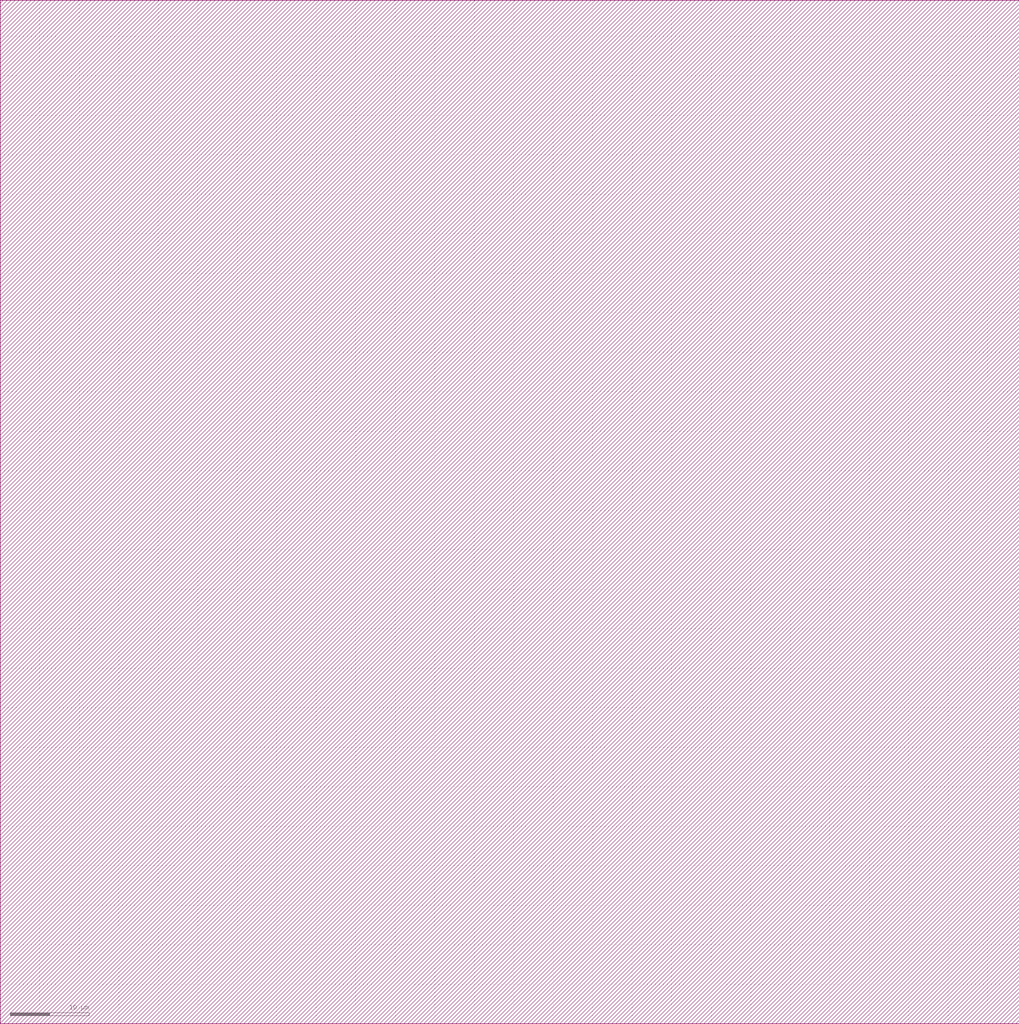
<source format=lef>
VERSION 5.6 ;

BUSBITCHARS "[]" ;

DIVIDERCHAR "/" ;

UNITS
    DATABASE MICRONS 1000 ;
END UNITS

MANUFACTURINGGRID 0.005000 ; 

CLEARANCEMEASURE EUCLIDEAN ; 

USEMINSPACING OBS ON ; 

SITE CoreSite
    CLASS CORE ;
    SIZE 0.600000 BY 0.300000 ;
END CoreSite

LAYER li
   TYPE ROUTING ;
   DIRECTION VERTICAL ;
   MINWIDTH 0.300000 ;
   AREA 0.056250 ;
   WIDTH 0.300000 ;
   SPACINGTABLE
      PARALLELRUNLENGTH 0.0
      WIDTH 0.0 0.225000 ;
   PITCH 0.600000 0.600000 ;
END li

LAYER mcon
    TYPE CUT ;
    SPACING 0.225000 ;
    WIDTH 0.300000 ;
    ENCLOSURE ABOVE 0.075000 0.075000 ;
    ENCLOSURE BELOW 0.000000 0.000000 ;
END mcon

LAYER met1
   TYPE ROUTING ;
   DIRECTION HORIZONTAL ;
   MINWIDTH 0.150000 ;
   AREA 0.084375 ;
   WIDTH 0.150000 ;
   SPACINGTABLE
      PARALLELRUNLENGTH 0.0
      WIDTH 0.0 0.150000 ;
   PITCH 0.300000 0.300000 ;
END met1

LAYER v1
    TYPE CUT ;
    SPACING 0.075000 ;
    WIDTH 0.300000 ;
    ENCLOSURE ABOVE 0.075000 0.075000 ;
    ENCLOSURE BELOW 0.075000 0.075000 ;
END v1

LAYER met2
   TYPE ROUTING ;
   DIRECTION VERTICAL ;
   MINWIDTH 0.150000 ;
   AREA 0.073125 ;
   WIDTH 0.150000 ;
   SPACINGTABLE
      PARALLELRUNLENGTH 0.0
      WIDTH 0.0 0.150000 ;
   PITCH 0.300000 0.300000 ;
END met2

LAYER v2
    TYPE CUT ;
    SPACING 0.150000 ;
    WIDTH 0.300000 ;
    ENCLOSURE ABOVE 0.075000 0.075000 ;
    ENCLOSURE BELOW 0.075000 0.000000 ;
END v2

LAYER met3
   TYPE ROUTING ;
   DIRECTION HORIZONTAL ;
   MINWIDTH 0.300000 ;
   AREA 0.241875 ;
   WIDTH 0.300000 ;
   SPACINGTABLE
      PARALLELRUNLENGTH 0.0
      WIDTH 0.0 0.300000 ;
   PITCH 0.600000 0.600000 ;
END met3

LAYER v3
    TYPE CUT ;
    SPACING 0.150000 ;
    WIDTH 0.450000 ;
    ENCLOSURE ABOVE 0.075000 0.075000 ;
    ENCLOSURE BELOW 0.075000 0.000000 ;
END v3

LAYER met4
   TYPE ROUTING ;
   DIRECTION VERTICAL ;
   MINWIDTH 0.300000 ;
   AREA 0.241875 ;
   WIDTH 0.300000 ;
   SPACINGTABLE
      PARALLELRUNLENGTH 0.0
      WIDTH 0.0 0.300000 ;
   PITCH 0.600000 0.600000 ;
END met4

LAYER v4
    TYPE CUT ;
    SPACING 0.450000 ;
    WIDTH 1.200000 ;
    ENCLOSURE ABOVE 0.150000 0.150000 ;
    ENCLOSURE BELOW 0.000000 0.000000 ;
END v4

LAYER met5
   TYPE ROUTING ;
   DIRECTION HORIZONTAL ;
   MINWIDTH 1.650000 ;
   AREA 4.005000 ;
   WIDTH 1.650000 ;
   SPACINGTABLE
      PARALLELRUNLENGTH 0.0
      WIDTH 0.0 1.650000 ;
   PITCH 3.300000 3.300000 ;
END met5

LAYER OVERLAP
   TYPE OVERLAP ;
END OVERLAP

VIA mcon_C DEFAULT
   LAYER li ;
     RECT -0.150000 -0.150000 0.150000 0.150000 ;
   LAYER mcon ;
     RECT -0.150000 -0.150000 0.150000 0.150000 ;
   LAYER met1 ;
     RECT -0.225000 -0.225000 0.225000 0.225000 ;
END mcon_C

VIA v1_C DEFAULT
   LAYER met1 ;
     RECT -0.225000 -0.225000 0.225000 0.225000 ;
   LAYER v1 ;
     RECT -0.150000 -0.150000 0.150000 0.150000 ;
   LAYER met2 ;
     RECT -0.225000 -0.225000 0.225000 0.225000 ;
END v1_C

VIA v2_C DEFAULT
   LAYER met2 ;
     RECT -0.150000 -0.225000 0.150000 0.225000 ;
   LAYER v2 ;
     RECT -0.150000 -0.150000 0.150000 0.150000 ;
   LAYER met3 ;
     RECT -0.225000 -0.225000 0.225000 0.225000 ;
END v2_C

VIA v2_Ch
   LAYER met2 ;
     RECT -0.225000 -0.150000 0.225000 0.150000 ;
   LAYER v2 ;
     RECT -0.150000 -0.150000 0.150000 0.150000 ;
   LAYER met3 ;
     RECT -0.225000 -0.225000 0.225000 0.225000 ;
END v2_Ch

VIA v2_Cv
   LAYER met2 ;
     RECT -0.150000 -0.225000 0.150000 0.225000 ;
   LAYER v2 ;
     RECT -0.150000 -0.150000 0.150000 0.150000 ;
   LAYER met3 ;
     RECT -0.225000 -0.225000 0.225000 0.225000 ;
END v2_Cv

VIA v3_C DEFAULT
   LAYER met3 ;
     RECT -0.300000 -0.225000 0.300000 0.225000 ;
   LAYER v3 ;
     RECT -0.225000 -0.225000 0.225000 0.225000 ;
   LAYER met4 ;
     RECT -0.300000 -0.300000 0.300000 0.300000 ;
END v3_C

VIA v3_Ch
   LAYER met3 ;
     RECT -0.300000 -0.225000 0.300000 0.225000 ;
   LAYER v3 ;
     RECT -0.225000 -0.225000 0.225000 0.225000 ;
   LAYER met4 ;
     RECT -0.300000 -0.300000 0.300000 0.300000 ;
END v3_Ch

VIA v3_Cv
   LAYER met3 ;
     RECT -0.300000 -0.225000 0.300000 0.225000 ;
   LAYER v3 ;
     RECT -0.225000 -0.225000 0.225000 0.225000 ;
   LAYER met4 ;
     RECT -0.300000 -0.300000 0.300000 0.300000 ;
END v3_Cv

VIA v4_C DEFAULT
   LAYER met4 ;
     RECT -0.600000 -0.600000 0.600000 0.600000 ;
   LAYER v4 ;
     RECT -0.600000 -0.600000 0.600000 0.600000 ;
   LAYER met5 ;
     RECT -0.750000 -0.750000 0.750000 0.750000 ;
END v4_C

MACRO _0_0std_0_0cells_0_0TIEHIX1
    CLASS CORE ;
    FOREIGN _0_0std_0_0cells_0_0TIEHIX1 0.000000 0.000000 ;
    ORIGIN 0.000000 0.000000 ;
    SIZE 2.400000 BY 3.300000 ;
    SYMMETRY X Y ;
    SITE CoreSite ;
    PIN Y
        DIRECTION OUTPUT ;
        USE SIGNAL ;
        PORT
        LAYER li ;
        RECT 1.800000 0.300000 2.100000 0.900000 ;
        RECT 1.125000 1.875000 1.200000 2.100000 ;
        RECT 1.200000 1.875000 1.425000 2.100000 ;
        RECT 1.425000 1.875000 1.725000 2.100000 ;
        RECT 1.725000 1.875000 1.950000 2.100000 ;
        RECT 1.800000 0.900000 2.025000 1.125000 ;
        RECT 1.950000 1.875000 2.025000 2.100000 ;
        END
        ANTENNADIFFAREA 0.281250 ;
    END Y
    PIN Vdd
        DIRECTION INPUT ;
        USE POWER ;
        PORT
        LAYER li ;
        RECT 0.600000 2.925000 0.900000 3.000000 ;
        RECT 0.600000 2.700000 0.675000 2.925000 ;
        RECT 0.675000 2.700000 0.900000 2.925000 ;
        RECT 0.675000 2.400000 0.900000 2.700000 ;
        RECT 0.675000 2.175000 0.900000 2.400000 ;
        RECT 0.675000 2.100000 0.900000 2.175000 ;
        LAYER met1 ;
        RECT 0.600000 2.925000 0.975000 3.000000 ;
        RECT 0.600000 2.700000 0.675000 2.925000 ;
        RECT 0.600000 2.625000 0.975000 2.700000 ;
        RECT 0.675000 2.700000 0.900000 2.925000 ;
        RECT 0.900000 2.700000 0.975000 2.925000 ;
        END
        ANTENNADIFFAREA 0.281250 ;
    END Vdd
    PIN GND
        DIRECTION INPUT ;
        USE GROUND ;
        PORT
        LAYER met1 ;
        RECT 0.450000 0.600000 0.975000 0.825000 ;
        RECT 0.450000 0.525000 0.900000 0.600000 ;
        RECT 0.600000 1.125000 0.975000 1.200000 ;
        RECT 0.600000 0.900000 0.675000 1.125000 ;
        RECT 0.600000 0.825000 0.975000 0.900000 ;
        RECT 0.675000 0.900000 0.900000 1.125000 ;
        RECT 0.900000 0.900000 0.975000 1.125000 ;
        END
    END GND
    OBS
        LAYER li ;
        RECT 0.450000 0.600000 0.975000 0.825000 ;
        RECT 0.450000 0.525000 0.900000 0.600000 ;
        RECT 0.600000 0.900000 0.675000 0.975000 ;
        RECT 0.600000 0.825000 0.975000 0.900000 ;
        RECT 0.675000 1.125000 0.900000 1.200000 ;
        RECT 0.675000 0.900000 0.900000 1.125000 ;
        RECT 0.900000 0.900000 0.975000 0.975000 ;
        RECT 1.200000 0.825000 1.425000 0.900000 ;
        RECT 1.200000 1.425000 1.800000 1.650000 ;
        RECT 1.200000 1.125000 1.425000 1.425000 ;
        RECT 1.200000 0.900000 1.425000 1.125000 ;
        RECT 1.800000 1.425000 2.025000 1.650000 ;
        RECT 2.025000 1.425000 2.100000 1.650000 ;
        LAYER met1 ;
        RECT 1.650000 2.100000 2.025000 2.175000 ;
        RECT 1.650000 1.875000 1.725000 2.100000 ;
        RECT 1.650000 1.800000 2.025000 1.875000 ;
        RECT 1.725000 0.825000 2.100000 0.900000 ;
        RECT 1.725000 1.875000 1.950000 2.100000 ;
        RECT 1.950000 1.875000 2.025000 2.100000 ;
        RECT 1.725000 1.200000 1.875000 1.800000 ;
        RECT 1.725000 1.125000 2.100000 1.200000 ;
        RECT 1.725000 0.900000 1.800000 1.125000 ;
        RECT 1.800000 0.900000 2.025000 1.125000 ;
        RECT 2.025000 0.900000 2.100000 1.125000 ;
    END
END _0_0std_0_0cells_0_0TIEHIX1

MACRO welltap_svt
    CLASS CORE WELLTAP ;
    FOREIGN welltap_svt 0.000000 0.000000 ;
    ORIGIN 0.000000 0.000000 ;
    SIZE 1.200000 BY 2.100000 ;
    SYMMETRY X Y ;
    SITE CoreSite ;
    PIN Vdd
        DIRECTION INPUT ;
        USE POWER ;
        PORT
        LAYER li ;
        RECT 0.600000 1.500000 0.900000 1.800000 ;
        END
    END Vdd
    PIN GND
        DIRECTION INPUT ;
        USE GROUND ;
        PORT
        LAYER li ;
        RECT 0.600000 0.300000 0.900000 0.600000 ;
        END
    END GND
END welltap_svt

MACRO circuitppnp
   CLASS CORE ;
   FOREIGN circuitppnp 0.000000 0.000000 ;
   ORIGIN 0.000000 0.000000 ; 
   SIZE 129.000000 BY 129.600000 ; 
   SYMMETRY X Y ;
   SITE CoreSite ;
END circuitppnp

MACRO circuitwell
   CLASS CORE ;
   FOREIGN circuitwell 0.000000 0.000000 ;
   ORIGIN 0.000000 0.000000 ; 
   SIZE 129.000000 BY 129.600000 ; 
   SYMMETRY X Y ;
   SITE CoreSite ;
END circuitwell


</source>
